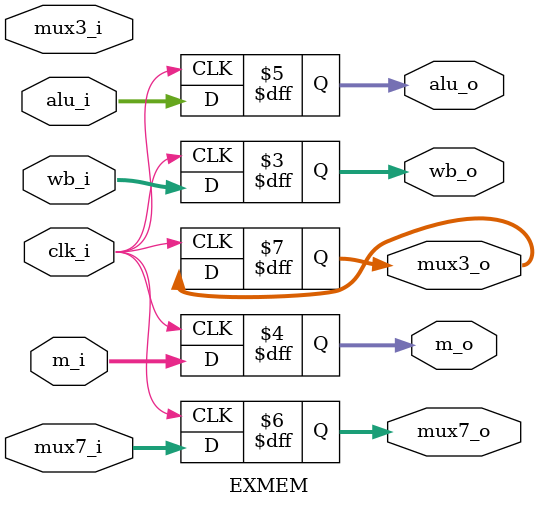
<source format=v>
module EXMEM
(
  clk_i,
	wb_i,
	m_i,
	alu_i,
	mux7_i,
	mux3_i,

	wb_o,
	m_o,
	alu_o,
	mux7_o,
	mux3_o

);

input  clk_i;
input [1:0]  wb_i;
input [1:0]  m_i;
input [31:0] alu_i;
input [31:0] mux7_i;
input [4:0]  mux3_i;

output [1:0]  wb_o;
output [1:0]  m_o;
output [31:0] alu_o;
output [31:0] mux7_o;
output [4:0]  mux3_o;

reg [1:0]  wb_o;
reg [1:0]  m_o;
reg [31:0] alu_o;
reg [31:0] mux7_o;
reg [4:0]  mux3_o;

initial begin #15
  wb_o = 0;
	m_o  = 0;
	alu_o = 0;
	mux7_o = 0;
	mux3_o = 0;
end

always@(posedge clk_i) begin
		wb_o <= wb_i;
		m_o  <= m_i;
		alu_o <= alu_i;
		mux7_o <= mux7_i;
		mux3_o <= mux3_o;
end

endmodule

</source>
